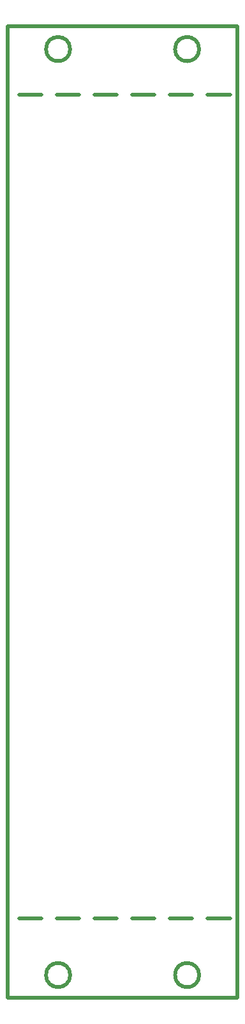
<source format=gbr>
%TF.GenerationSoftware,KiCad,Pcbnew,7.0.1*%
%TF.CreationDate,2023-04-20T06:23:29-07:00*%
%TF.ProjectId,wissystem_vca1,77697373-7973-4746-956d-5f766361312e,rev?*%
%TF.SameCoordinates,Original*%
%TF.FileFunction,Profile,NP*%
%FSLAX46Y46*%
G04 Gerber Fmt 4.6, Leading zero omitted, Abs format (unit mm)*
G04 Created by KiCad (PCBNEW 7.0.1) date 2023-04-20 06:23:29*
%MOMM*%
%LPD*%
G01*
G04 APERTURE LIST*
%TA.AperFunction,Profile*%
%ADD10C,0.500000*%
%TD*%
G04 APERTURE END LIST*
D10*
X46500000Y-138000000D02*
X49500000Y-138000000D01*
X41500000Y-138000000D02*
X44500000Y-138000000D01*
X36500000Y-138000000D02*
X39500000Y-138000000D01*
X31500000Y-138000000D02*
X34500000Y-138000000D01*
X26500000Y-138000000D02*
X29500000Y-138000000D01*
X21500000Y-138000000D02*
X24500000Y-138000000D01*
X46500000Y-29000000D02*
X49500000Y-29000000D01*
X41500000Y-29000000D02*
X44500000Y-29000000D01*
X36500000Y-29000000D02*
X39500000Y-29000000D01*
X31500000Y-29000000D02*
X34500000Y-29000000D01*
X26500000Y-29000000D02*
X29500000Y-29000000D01*
X21500000Y-29000000D02*
X24500000Y-29000000D01*
X45400000Y-145500000D02*
G75*
G03*
X45400000Y-145500000I-1600000J0D01*
G01*
X28280000Y-145500000D02*
G75*
G03*
X28280000Y-145500000I-1600000J0D01*
G01*
X45400000Y-23000000D02*
G75*
G03*
X45400000Y-23000000I-1600000J0D01*
G01*
X28280000Y-23000000D02*
G75*
G03*
X28280000Y-23000000I-1600000J0D01*
G01*
X20000000Y-20000000D02*
X50480000Y-20000000D01*
X50480000Y-148500000D01*
X20000000Y-148500000D01*
X20000000Y-20000000D01*
M02*

</source>
